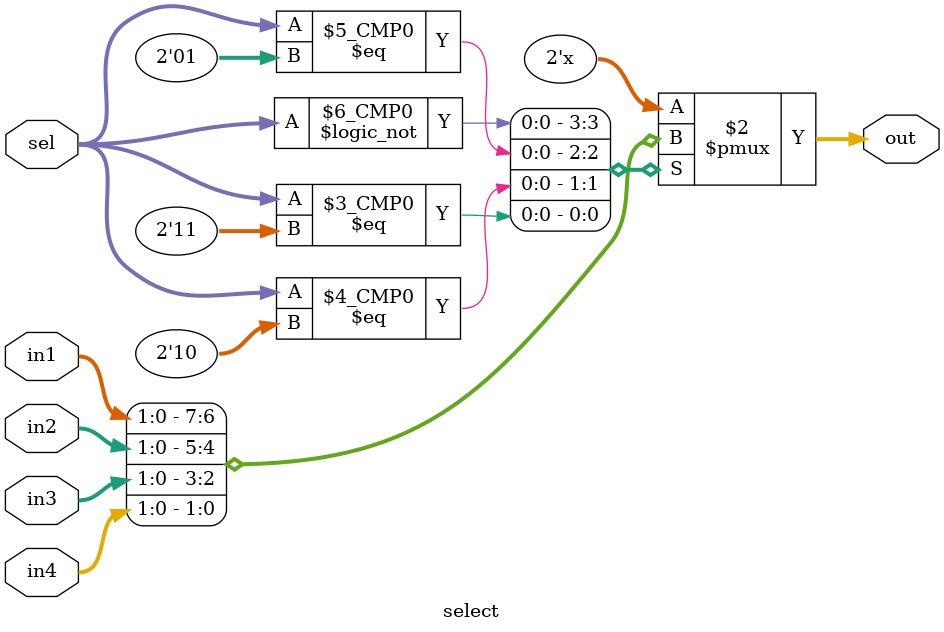
<source format=v>

module select(
	input  wire [1:0] in1,
	input  wire [1:0] in2,
	input  wire [1:0] in3,
	input  wire [1:0] in4,
	input  wire [1:0] sel,
	output reg  [1:0 ]out
);

	always @ (*) begin
		case (sel)
			0: out = in1;
         1: out = in2;
         2: out = in3;
         3: out = in4;
			default: out = 0;
		endcase
	end
	
endmodule

</source>
